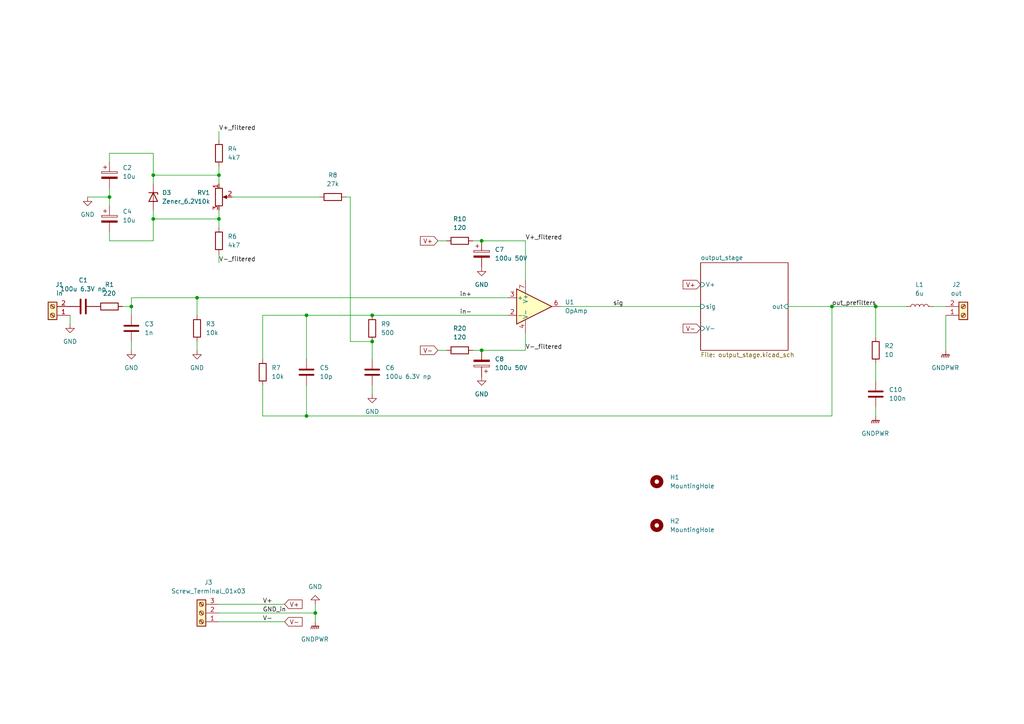
<source format=kicad_sch>
(kicad_sch (version 20230121) (generator eeschema)
  (paper "A4")
  (title_block (title "Lautsprecherverstärker") (date "21.09.21") (rev "A"))
  (lib_symbols
    (symbol "Amplifier_Operational:OPA340P" (pin_names (offset 0.127))
      (property "Reference" "U" (at 0 6.35 0))
      (property "Value" "OPA340P" (at 0 3.81 0))
      (symbol "OPA340P_0_1"
        (polyline (pts (xy -5.08 5.08) (xy 5.08 0) (xy -5.08 -5.08) (xy -5.08 5.08)) (stroke (width 0.254)) (fill (type background)))
      )
      (symbol "OPA340P_1_1"
        (pin no_connect line (at -5.08 -2.54 90) (length 2.54) hide (name "NC") (number "1"))
        (pin input line (at -7.62 -2.54 0) (length 2.54) (name "-") (number "2"))
        (pin input line (at -7.62 2.54 0) (length 2.54) (name "+") (number "3"))
        (pin power_in line (at -2.54 -7.62 90) (length 3.81) (name "V-") (number "4"))
        (pin no_connect line (at -2.54 -2.54 90) (length 2.54) hide (name "NC") (number "5"))
        (pin output line (at 7.62 0 180) (length 2.54) (name "~") (number "6"))
        (pin power_in line (at -2.54 7.62 270) (length 3.81) (name "V+") (number "7"))
        (pin no_connect line (at 0 -2.54 90) (length 2.54) hide (name "NC") (number "8"))
      )
    )
    (symbol "Connector:Screw_Terminal_01x02" (pin_names (offset 1.016) hide)
      (property "Reference" "J" (at 0 2.54 0))
      (property "Value" "Screw_Terminal_01x02" (at 0 -5.08 0))
      (symbol "Screw_Terminal_01x02_1_1"
        (rectangle (start -1.27 1.27) (end 1.27 -3.81) (stroke (width 0.254)) (fill (type background)))
        (circle (center 0 -2.54) (radius 0.635) (stroke (width 0.1524)))
        (polyline (pts (xy -0.5334 -2.2098) (xy 0.3302 -3.048)) (stroke (width 0.1524)))
        (polyline (pts (xy -0.5334 0.3302) (xy 0.3302 -0.508)) (stroke (width 0.1524)))
        (polyline (pts (xy -0.3556 -2.032) (xy 0.508 -2.8702)) (stroke (width 0.1524)))
        (polyline (pts (xy -0.3556 0.508) (xy 0.508 -0.3302)) (stroke (width 0.1524)))
        (circle (center 0 0) (radius 0.635) (stroke (width 0.1524)))
        (pin passive line (at -5.08 0 0) (length 3.81) (name "Pin_1") (number "1"))
        (pin passive line (at -5.08 -2.54 0) (length 3.81) (name "Pin_2") (number "2"))
      )
    )
    (symbol "Connector:Screw_Terminal_01x03" (pin_names (offset 1.016) hide)
      (property "Reference" "J" (at 0 5.08 0))
      (property "Value" "Screw_Terminal_01x03" (at 0 -5.08 0))
      (symbol "Screw_Terminal_01x03_1_1"
        (rectangle (start -1.27 3.81) (end 1.27 -3.81) (stroke (width 0.254)) (fill (type background)))
        (circle (center 0 -2.54) (radius 0.635) (stroke (width 0.1524)))
        (polyline (pts (xy -0.5334 -2.2098) (xy 0.3302 -3.048)) (stroke (width 0.1524)))
        (polyline (pts (xy -0.5334 0.3302) (xy 0.3302 -0.508)) (stroke (width 0.1524)))
        (polyline (pts (xy -0.5334 2.8702) (xy 0.3302 2.032)) (stroke (width 0.1524)))
        (polyline (pts (xy -0.3556 -2.032) (xy 0.508 -2.8702)) (stroke (width 0.1524)))
        (polyline (pts (xy -0.3556 0.508) (xy 0.508 -0.3302)) (stroke (width 0.1524)))
        (polyline (pts (xy -0.3556 3.048) (xy 0.508 2.2098)) (stroke (width 0.1524)))
        (circle (center 0 0) (radius 0.635) (stroke (width 0.1524)))
        (circle (center 0 2.54) (radius 0.635) (stroke (width 0.1524)))
        (pin passive line (at -5.08 2.54 0) (length 3.81) (name "Pin_1") (number "1"))
        (pin passive line (at -5.08 0 0) (length 3.81) (name "Pin_2") (number "2"))
        (pin passive line (at -5.08 -2.54 0) (length 3.81) (name "Pin_3") (number "3"))
      )
    )
    (symbol "Device:C" (pin_numbers hide) (pin_names (offset 0.254))
      (property "Reference" "C" (at 0.635 2.54 0))
      (property "Value" "C" (at 0.635 -2.54 0))
      (symbol "C_0_1"
        (polyline (pts (xy -2.032 -0.762) (xy 2.032 -0.762)) (stroke (width 0.508)))
        (polyline (pts (xy -2.032 0.762) (xy 2.032 0.762)) (stroke (width 0.508)))
      )
      (symbol "C_1_1"
        (pin passive line (at 0 3.81 270) (length 2.794) (name "~") (number "1"))
        (pin passive line (at 0 -3.81 90) (length 2.794) (name "~") (number "2"))
      )
    )
    (symbol "Device:C_Polarized" (pin_numbers hide) (pin_names (offset 0.254))
      (property "Reference" "C" (at 0.635 2.54 0))
      (property "Value" "C_Polarized" (at 0.635 -2.54 0))
      (symbol "C_Polarized_0_1"
        (rectangle (start -2.286 0.508) (end 2.286 1.016))
        (polyline (pts (xy -1.778 2.286) (xy -0.762 2.286)))
        (polyline (pts (xy -1.27 2.794) (xy -1.27 1.778)))
        (rectangle (start 2.286 -0.508) (end -2.286 -1.016) (fill (type outline)))
      )
      (symbol "C_Polarized_1_1"
        (pin passive line (at 0 3.81 270) (length 2.794) (name "~") (number "1"))
        (pin passive line (at 0 -3.81 90) (length 2.794) (name "~") (number "2"))
      )
    )
    (symbol "Device:D_Zener" (pin_numbers hide) (pin_names (offset 1.016) hide)
      (property "Reference" "D" (at 0 2.54 0))
      (property "Value" "D_Zener" (at 0 -2.54 0))
      (symbol "D_Zener_0_1"
        (polyline (pts (xy 1.27 0) (xy -1.27 0)))
        (polyline (pts (xy -1.27 -1.27) (xy -1.27 1.27) (xy -0.762 1.27)) (stroke (width 0.254)))
        (polyline (pts (xy 1.27 -1.27) (xy 1.27 1.27) (xy -1.27 0) (xy 1.27 -1.27)) (stroke (width 0.254)))
      )
      (symbol "D_Zener_1_1"
        (pin passive line (at -3.81 0 0) (length 2.54) (name "K") (number "1"))
        (pin passive line (at 3.81 0 180) (length 2.54) (name "A") (number "2"))
      )
    )
    (symbol "Device:L" (pin_numbers hide) (pin_names (offset 1.016) hide)
      (property "Reference" "L" (at -1.27 0 90))
      (property "Value" "L" (at 1.905 0 90))
      (symbol "L_0_1"
        (arc (start 0 -2.54) (mid 0.6323 -1.905) (end 0 -1.27))
        (arc (start 0 -1.27) (mid 0.6323 -0.635) (end 0 0))
        (arc (start 0 0) (mid 0.6323 0.635) (end 0 1.27))
        (arc (start 0 1.27) (mid 0.6323 1.905) (end 0 2.54))
      )
      (symbol "L_1_1"
        (pin passive line (at 0 3.81 270) (length 1.27) (name "1") (number "1"))
        (pin passive line (at 0 -3.81 90) (length 1.27) (name "2") (number "2"))
      )
    )
    (symbol "Device:R" (pin_numbers hide) (pin_names (offset 0))
      (property "Reference" "R" (at 2.032 0 90))
      (property "Value" "R" (at 0 0 90))
      (symbol "R_0_1"
        (rectangle (start -1.016 -2.54) (end 1.016 2.54) (stroke (width 0.254)))
      )
      (symbol "R_1_1"
        (pin passive line (at 0 3.81 270) (length 1.27) (name "~") (number "1"))
        (pin passive line (at 0 -3.81 90) (length 1.27) (name "~") (number "2"))
      )
    )
    (symbol "Device:R_Potentiometer" (pin_names (offset 1.016) hide)
      (property "Reference" "RV" (at -4.445 0 90))
      (property "Value" "R_Potentiometer" (at -2.54 0 90))
      (symbol "R_Potentiometer_0_1"
        (polyline (pts (xy 2.54 0) (xy 1.524 0)))
        (polyline (pts (xy 1.143 0) (xy 2.286 0.508) (xy 2.286 -0.508) (xy 1.143 0)) (fill (type outline)))
        (rectangle (start 1.016 2.54) (end -1.016 -2.54) (stroke (width 0.254)))
      )
      (symbol "R_Potentiometer_1_1"
        (pin passive line (at 0 3.81 270) (length 1.27) (name "1") (number "1"))
        (pin passive line (at 3.81 0 180) (length 1.27) (name "2") (number "2"))
        (pin passive line (at 0 -3.81 90) (length 1.27) (name "3") (number "3"))
      )
    )
    (symbol "Mechanical:MountingHole" (pin_names (offset 1.016))
      (property "Reference" "H" (at 0 5.08 0))
      (property "Value" "MountingHole" (at 0 3.175 0))
      (symbol "MountingHole_0_1"
        (circle (center 0 0) (radius 1.27) (stroke (width 1.27)))
      )
    )
    (symbol "power:GND" (power) (pin_names (offset 0))
      (property "Value" "GND" (at 0 -3.81 0))
      (symbol "GND_0_1"
        (polyline (pts (xy 0 0) (xy 0 -1.27) (xy 1.27 -1.27) (xy 0 -2.54) (xy -1.27 -1.27) (xy 0 -1.27)))
      )
      (symbol "GND_1_1"
        (pin power_in line (at 0 0 270) (length 0) hide (name "GND") (number "1"))
      )
    )
    (symbol "power:GNDPWR" (power) (pin_names (offset 0))
      (property "Value" "GNDPWR" (at 0 -3.302 0))
      (symbol "GNDPWR_0_1"
        (polyline (pts (xy 0 -1.27) (xy 0 0)))
        (polyline (pts (xy -1.016 -1.27) (xy -1.27 -2.032) (xy -1.27 -2.032)) (stroke (width 0.2032)))
        (polyline (pts (xy -0.508 -1.27) (xy -0.762 -2.032) (xy -0.762 -2.032)) (stroke (width 0.2032)))
        (polyline (pts (xy 0 -1.27) (xy -0.254 -2.032) (xy -0.254 -2.032)) (stroke (width 0.2032)))
        (polyline (pts (xy 0.508 -1.27) (xy 0.254 -2.032) (xy 0.254 -2.032)) (stroke (width 0.2032)))
        (polyline (pts (xy 1.016 -1.27) (xy -1.016 -1.27) (xy -1.016 -1.27)) (stroke (width 0.2032)))
        (polyline (pts (xy 1.016 -1.27) (xy 0.762 -2.032) (xy 0.762 -2.032) (xy 0.762 -2.032)) (stroke (width 0.2032)))
      )
      (symbol "GNDPWR_1_1"
        (pin power_in line (at 0 0 270) (length 0) hide (name "GNDPWR") (number "1"))
      )
    )
  )
  (junction (at 254 88.9))
  (junction (at 38.1 88.9))
  (junction (at 57.15 86.36))
  (junction (at 44.45 50.8))
  (junction (at 63.5 63.5))
  (junction (at 139.7 101.6))
  (junction (at 107.95 99.06))
  (junction (at 31.75 57.15))
  (junction (at 139.7 69.85))
  (junction (at 63.5 50.8))
  (junction (at 107.95 91.44))
  (junction (at 44.45 63.5))
  (junction (at 91.44 177.8))
  (junction (at 88.9 120.65))
  (junction (at 88.9 91.44))
  (junction (at 241.3 88.9))
  (wire (pts (xy 88.9 91.44) (xy 88.9 104.14)))
  (wire (pts (xy 76.2 111.76) (xy 76.2 120.65)))
  (wire (pts (xy 38.1 99.06) (xy 38.1 101.6)))
  (wire (pts (xy 254 97.79) (xy 254 88.9)))
  (wire (pts (xy 44.45 50.8) (xy 63.5 50.8)))
  (wire (pts (xy 44.45 53.34) (xy 44.45 50.8)))
  (wire (pts (xy 57.15 99.06) (xy 57.15 101.6)))
  (wire (pts (xy 38.1 86.36) (xy 57.15 86.36)))
  (wire (pts (xy 57.15 86.36) (xy 147.32 86.36)))
  (wire (pts (xy 63.5 38.1) (xy 63.5 40.64)))
  (wire (pts (xy 57.15 86.36) (xy 57.15 91.44)))
  (wire (pts (xy 107.95 99.06) (xy 107.95 104.14)))
  (wire (pts (xy 20.32 91.44) (xy 20.32 93.98)))
  (wire (pts (xy 162.56 88.9) (xy 203.2 88.9)))
  (wire (pts (xy 63.5 180.34) (xy 82.55 180.34)))
  (wire (pts (xy 228.6 88.9) (xy 241.3 88.9)))
  (wire (pts (xy 63.5 73.66) (xy 63.5 76.2)))
  (wire (pts (xy 67.31 57.15) (xy 92.71 57.15)))
  (wire (pts (xy 101.6 99.06) (xy 101.6 57.15)))
  (wire (pts (xy 100.33 57.15) (xy 101.6 57.15)))
  (wire (pts (xy 107.95 91.44) (xy 147.32 91.44)))
  (wire (pts (xy 88.9 111.76) (xy 88.9 120.65)))
  (wire (pts (xy 63.5 48.26) (xy 63.5 50.8)))
  (wire (pts (xy 63.5 50.8) (xy 63.5 53.34)))
  (wire (pts (xy 31.75 57.15) (xy 31.75 59.69)))
  (wire (pts (xy 31.75 54.61) (xy 31.75 57.15)))
  (wire (pts (xy 44.45 69.85) (xy 44.45 63.5)))
  (wire (pts (xy 31.75 67.31) (xy 31.75 69.85)))
  (wire (pts (xy 31.75 69.85) (xy 44.45 69.85)))
  (wire (pts (xy 63.5 60.96) (xy 63.5 63.5)))
  (wire (pts (xy 63.5 63.5) (xy 63.5 66.04)))
  (wire (pts (xy 254 88.9) (xy 262.89 88.9)))
  (wire (pts (xy 127 69.85) (xy 129.54 69.85)))
  (wire (pts (xy 137.16 69.85) (xy 139.7 69.85)))
  (wire (pts (xy 152.4 69.85) (xy 152.4 81.28)))
  (wire (pts (xy 139.7 69.85) (xy 152.4 69.85)))
  (wire (pts (xy 91.44 175.26) (xy 91.44 177.8)))
  (wire (pts (xy 38.1 86.36) (xy 38.1 88.9)))
  (wire (pts (xy 44.45 63.5) (xy 63.5 63.5)))
  (wire (pts (xy 44.45 60.96) (xy 44.45 63.5)))
  (wire (pts (xy 270.51 88.9) (xy 274.32 88.9)))
  (wire (pts (xy 241.3 88.9) (xy 241.3 120.65)))
  (wire (pts (xy 88.9 120.65) (xy 241.3 120.65)))
  (wire (pts (xy 76.2 120.65) (xy 88.9 120.65)))
  (wire (pts (xy 76.2 91.44) (xy 88.9 91.44)))
  (wire (pts (xy 76.2 91.44) (xy 76.2 104.14)))
  (wire (pts (xy 88.9 91.44) (xy 107.95 91.44)))
  (wire (pts (xy 127 101.6) (xy 129.54 101.6)))
  (wire (pts (xy 137.16 101.6) (xy 139.7 101.6)))
  (wire (pts (xy 152.4 96.52) (xy 152.4 101.6)))
  (wire (pts (xy 139.7 101.6) (xy 152.4 101.6)))
  (wire (pts (xy 254 118.11) (xy 254 120.65)))
  (wire (pts (xy 31.75 46.99) (xy 31.75 44.45)))
  (wire (pts (xy 31.75 44.45) (xy 44.45 44.45)))
  (wire (pts (xy 44.45 44.45) (xy 44.45 50.8)))
  (wire (pts (xy 241.3 88.9) (xy 254 88.9)))
  (wire (pts (xy 25.4 57.15) (xy 31.75 57.15)))
  (wire (pts (xy 63.5 177.8) (xy 91.44 177.8)))
  (wire (pts (xy 91.44 177.8) (xy 91.44 180.34)))
  (wire (pts (xy 254 105.41) (xy 254 110.49)))
  (wire (pts (xy 63.5 175.26) (xy 82.55 175.26)))
  (wire (pts (xy 101.6 99.06) (xy 107.95 99.06)))
  (wire (pts (xy 274.32 91.44) (xy 274.32 101.6)))
  (wire (pts (xy 107.95 111.76) (xy 107.95 114.3)))
  (wire (pts (xy 38.1 91.44) (xy 38.1 88.9)))
  (wire (pts (xy 35.56 88.9) (xy 38.1 88.9)))
  (label "V-_filtered" (at 63.5 76.2 0))
  (label "V-_filtered" (at 152.4 101.6 0))
  (label "GND_in" (at 76.2 177.8 0))
  (label "out_prefilters" (at 241.3 88.9 0))
  (label "in+" (at 133.35 86.36 0))
  (label "V+_filtered" (at 152.4 69.85 0))
  (label "V+" (at 76.2 175.26 0))
  (label "sig" (at 177.8 88.9 0))
  (label "in-" (at 133.35 91.44 0))
  (label "V+_filtered" (at 63.5 38.1 0))
  (label "V-" (at 76.2 180.34 0))
  (global_label "V+" (shape input) (at 127 69.85 180) (property "Intersheetrefs" "${INTERSHEET_REFS}" (effects hide)))
  (global_label "V-" (shape input) (at 82.55 180.34 0) (property "Intersheetrefs" "${INTERSHEET_REFS}" (effects hide)))
  (global_label "V+" (shape input) (at 82.55 175.26 0) (property "Intersheetrefs" "${INTERSHEET_REFS}" (effects hide)))
  (global_label "V-" (shape input) (at 203.2 95.25 180) (property "Intersheetrefs" "${INTERSHEET_REFS}" (effects hide)))
  (global_label "V+" (shape input) (at 203.2 82.55 180) (property "Intersheetrefs" "${INTERSHEET_REFS}" (effects hide)))
  (global_label "V-" (shape input) (at 127 101.6 180) (property "Intersheetrefs" "${INTERSHEET_REFS}" (effects hide)))
  (symbol (lib_id "Device:C") (at 88.9 107.95 180) (unit 1)
    (property "Reference" "C5" (at 92.71 106.6799 0) (effects (justify right)))
    (property "Value" "10p" (at 92.71 109.2199 0) (effects (justify right)))
    (property "Footprint" "Capacitor_THT:C_Disc_D5.1mm_W3.2mm_P5.00mm" (effects hide))
  )
  (symbol (lib_id "Device:R") (at 63.5 69.85 180) (unit 1)
    (property "Reference" "R6" (at 66.04 68.5799 0) (effects (justify right)))
    (property "Value" "4k7" (at 66.04 71.1199 0) (effects (justify right)))
    (property "Footprint" "Resistor_THT:R_Axial_DIN0207_L6.3mm_D2.5mm_P10.16mm_Horizontal" (effects hide))
  )
  (symbol (lib_id "power:GND") (at 38.1 101.6 0) (unit 1)
    (property "Reference" "#PWR03" (effects hide))
    (property "Value" "GND" (at 38.1 106.68 0))
  )
  (symbol (lib_id "power:GNDPWR") (at 274.32 101.6 0) (unit 1)
    (property "Reference" "#PWR0101" (effects hide))
    (property "Value" "GNDPWR" (at 274.193 106.68 0))
  )
  (symbol (lib_id "power:GND") (at 57.15 101.6 0) (unit 1)
    (property "Reference" "#PWR02" (effects hide))
    (property "Value" "GND" (at 57.15 106.68 0))
  )
  (symbol (lib_id "power:GND") (at 20.32 93.98 0) (unit 1)
    (property "Reference" "#PWR01" (effects hide))
    (property "Value" "GND" (at 20.32 99.06 0))
  )
  (symbol (lib_id "Device:R") (at 63.5 44.45 180) (unit 1)
    (property "Reference" "R4" (at 66.04 43.1799 0) (effects (justify right)))
    (property "Value" "4k7" (at 66.04 45.7199 0) (effects (justify right)))
    (property "Footprint" "Resistor_THT:R_Axial_DIN0207_L6.3mm_D2.5mm_P10.16mm_Horizontal" (effects hide))
  )
  (symbol (lib_id "Device:C_Polarized") (at 139.7 105.41 180) (unit 1)
    (property "Reference" "C8" (at 143.51 104.1399 0) (effects (justify right)))
    (property "Value" "100u 50V" (at 143.51 106.6799 0) (effects (justify right)))
    (property "Footprint" "Capacitor_THT:CP_Radial_D8.0mm_P3.50mm" (effects hide))
  )
  (symbol (lib_id "Device:C") (at 24.13 88.9 90) (unit 1)
    (property "Reference" "C1" (at 24.13 81.28 90))
    (property "Value" "100u 6.3V np" (at 24.13 83.82 90))
    (property "Footprint" "Capacitor_THT:C_Radial_D8.0mm_H11.5mm_P3.50mm" (effects hide))
  )
  (symbol (lib_id "Amplifier_Operational:OPA340P") (at 154.94 88.9 0) (unit 1)
    (property "Reference" "U1" (at 163.83 87.6299 0) (effects (justify left)))
    (property "Value" "OpAmp" (at 163.83 90.1699 0) (effects (justify left)))
    (property "Footprint" "Package_DIP:DIP-8_W7.62mm_Socket" (effects hide))
    (property "Datasheet" "http://www.ti.com/lit/ds/symlink/opa340.pdf" (effects hide))
  )
  (symbol (lib_id "Device:R") (at 96.52 57.15 270) (unit 1)
    (property "Reference" "R8" (at 96.52 50.8 90))
    (property "Value" "27k" (at 96.52 53.34 90))
    (property "Footprint" "Resistor_THT:R_Axial_DIN0207_L6.3mm_D2.5mm_P10.16mm_Horizontal" (effects hide))
  )
  (symbol (lib_id "Connector:Screw_Terminal_01x03") (at 58.42 177.8 180) (unit 1)
    (property "Reference" "J3" (at 60.452 168.91 0))
    (property "Value" "Screw_Terminal_01x03" (at 60.452 171.45 0))
    (property "Footprint" "TerminalBlock:TerminalBlock_bornier-3_P5.08mm" (effects hide))
  )
  (symbol (lib_id "Device:C_Polarized") (at 31.75 63.5 0) (unit 1)
    (property "Reference" "C4" (at 35.56 61.3409 0) (effects (justify left)))
    (property "Value" "10u" (at 35.56 63.8809 0) (effects (justify left)))
    (property "Footprint" "Capacitor_THT:CP_Radial_D5.0mm_P2.00mm" (effects hide))
  )
  (symbol (lib_id "Device:C") (at 107.95 107.95 180) (unit 1)
    (property "Reference" "C6" (at 111.76 106.6799 0) (effects (justify right)))
    (property "Value" "100u 6.3V np" (at 111.76 109.2199 0) (effects (justify right)))
    (property "Footprint" "Capacitor_THT:C_Radial_D8.0mm_H11.5mm_P3.50mm" (effects hide))
  )
  (symbol (lib_id "Device:R") (at 76.2 107.95 180) (unit 1)
    (property "Reference" "R7" (at 78.74 106.6799 0) (effects (justify right)))
    (property "Value" "10k" (at 78.74 109.2199 0) (effects (justify right)))
    (property "Footprint" "Resistor_THT:R_Axial_DIN0207_L6.3mm_D2.5mm_P10.16mm_Horizontal" (effects hide))
  )
  (symbol (lib_id "Connector:Screw_Terminal_01x02") (at 279.4 91.44 0) (mirror x) (unit 1)
    (property "Reference" "J2" (at 277.368 82.55 0))
    (property "Value" "out" (at 277.368 85.09 0))
    (property "Footprint" "TerminalBlock:TerminalBlock_bornier-2_P5.08mm" (effects hide))
  )
  (symbol (lib_id "power:GND") (at 139.7 77.47 0) (unit 1)
    (property "Reference" "#PWR08" (effects hide))
    (property "Value" "GND" (at 139.7 82.55 0))
  )
  (symbol (lib_id "power:GNDPWR") (at 91.44 180.34 0) (unit 1)
    (property "Reference" "#PWR06" (effects hide))
    (property "Value" "GNDPWR" (at 91.313 185.42 0))
  )
  (symbol (lib_id "power:GNDPWR") (at 254 120.65 0) (unit 1)
    (property "Reference" "#PWR0102" (effects hide))
    (property "Value" "GNDPWR" (at 253.873 125.73 0))
  )
  (symbol (lib_id "Device:L") (at 266.7 88.9 90) (unit 1)
    (property "Reference" "L1" (at 266.7 82.55 90))
    (property "Value" "6u" (at 266.7 85.09 90))
    (property "Footprint" "Inductor_THT:L_Radial_D7.5mm_P5.00mm_Fastron_07P" (effects hide))
  )
  (symbol (lib_id "Device:R") (at 31.75 88.9 270) (unit 1)
    (property "Reference" "R1" (at 31.75 82.55 90))
    (property "Value" "220" (at 31.75 85.09 90))
    (property "Footprint" "Resistor_THT:R_Axial_DIN0207_L6.3mm_D2.5mm_P10.16mm_Horizontal" (effects hide))
  )
  (symbol (lib_id "Device:R") (at 133.35 101.6 270) (unit 1)
    (property "Reference" "R20" (at 133.35 95.25 90))
    (property "Value" "120" (at 133.35 97.79 90))
    (property "Footprint" "Resistor_THT:R_Axial_DIN0207_L6.3mm_D2.5mm_P10.16mm_Horizontal" (effects hide))
  )
  (symbol (lib_id "Connector:Screw_Terminal_01x02") (at 15.24 91.44 180) (unit 1)
    (property "Reference" "J1" (at 17.272 82.55 0))
    (property "Value" "in" (at 17.272 85.09 0))
    (property "Footprint" "TerminalBlock:TerminalBlock_bornier-2_P5.08mm" (effects hide))
  )
  (symbol (lib_id "power:GND") (at 25.4 57.15 0) (unit 1)
    (property "Reference" "#PWR0103" (effects hide))
    (property "Value" "GND" (at 25.4 62.23 0))
  )
  (symbol (lib_id "Device:R") (at 107.95 95.25 0) (unit 1)
    (property "Reference" "R9" (at 110.49 93.9799 0) (effects (justify left)))
    (property "Value" "500" (at 110.49 96.5199 0) (effects (justify left)))
    (property "Footprint" "Resistor_THT:R_Axial_DIN0207_L6.3mm_D2.5mm_P10.16mm_Horizontal" (effects hide))
  )
  (symbol (lib_id "Device:C") (at 38.1 95.25 0) (unit 1)
    (property "Reference" "C3" (at 41.91 93.9799 0) (effects (justify left)))
    (property "Value" "1n" (at 41.91 96.5199 0) (effects (justify left)))
    (property "Footprint" "Capacitor_THT:C_Rect_L7.0mm_W3.5mm_P5.00mm" (effects hide))
  )
  (symbol (lib_id "power:GND") (at 139.7 109.22 0) (unit 1)
    (property "Reference" "#PWR09" (effects hide))
    (property "Value" "GND" (at 139.7 114.3 0))
  )
  (symbol (lib_id "Device:C_Polarized") (at 31.75 50.8 0) (unit 1)
    (property "Reference" "C2" (at 35.56 48.6409 0) (effects (justify left)))
    (property "Value" "10u" (at 35.56 51.1809 0) (effects (justify left)))
    (property "Footprint" "Capacitor_THT:CP_Radial_D5.0mm_P2.00mm" (effects hide))
  )
  (symbol (lib_id "Device:R_Potentiometer") (at 63.5 57.15 0) (unit 1)
    (property "Reference" "RV1" (at 60.96 55.8799 0) (effects (justify right)))
    (property "Value" "10k" (at 60.96 58.4199 0) (effects (justify right)))
    (property "Footprint" "Potentiometer_THT:Potentiometer_Bourns_3296W_Vertical" (effects hide))
  )
  (symbol (lib_id "Device:R") (at 133.35 69.85 270) (unit 1)
    (property "Reference" "R10" (at 133.35 63.5 90))
    (property "Value" "120" (at 133.35 66.04 90))
    (property "Footprint" "Resistor_THT:R_Axial_DIN0207_L6.3mm_D2.5mm_P10.16mm_Horizontal" (effects hide))
  )
  (symbol (lib_id "Device:C") (at 254 114.3 180) (unit 1)
    (property "Reference" "C10" (at 257.81 113.0299 0) (effects (justify right)))
    (property "Value" "100n" (at 257.81 115.5699 0) (effects (justify right)))
    (property "Footprint" "Capacitor_THT:C_Disc_D5.1mm_W3.2mm_P5.00mm" (effects hide))
  )
  (symbol (lib_id "power:GND") (at 91.44 175.26 180) (unit 1)
    (property "Reference" "#PWR05" (effects hide))
    (property "Value" "GND" (at 91.44 170.18 0))
  )
  (symbol (lib_id "Mechanical:MountingHole") (at 190.5 139.7 0) (unit 1)
    (property "Reference" "H1" (at 194.31 138.4299 0) (effects (justify left)))
    (property "Value" "MountingHole" (at 194.31 140.9699 0) (effects (justify left)))
    (property "Footprint" "MountingHole:MountingHole_3.2mm_M3" (effects hide))
  )
  (symbol (lib_id "Device:D_Zener") (at 44.45 57.15 270) (unit 1)
    (property "Reference" "D3" (at 46.99 55.8799 90) (effects (justify left)))
    (property "Value" "Zener_6.2V" (at 46.99 58.4199 90) (effects (justify left)))
    (property "Footprint" "Diode_THT:D_DO-35_SOD27_P7.62mm_Horizontal" (effects hide))
  )
  (symbol (lib_id "Mechanical:MountingHole") (at 190.5 152.4 0) (unit 1)
    (property "Reference" "H2" (at 194.31 151.1299 0) (effects (justify left)))
    (property "Value" "MountingHole" (at 194.31 153.6699 0) (effects (justify left)))
    (property "Footprint" "MountingHole:MountingHole_3.2mm_M3" (effects hide))
  )
  (symbol (lib_id "Device:R") (at 57.15 95.25 180) (unit 1)
    (property "Reference" "R3" (at 59.69 93.9799 0) (effects (justify right)))
    (property "Value" "10k" (at 59.69 96.5199 0) (effects (justify right)))
    (property "Footprint" "Resistor_THT:R_Axial_DIN0207_L6.3mm_D2.5mm_P10.16mm_Horizontal" (effects hide))
  )
  (symbol (lib_id "Device:C_Polarized") (at 139.7 73.66 0) (unit 1)
    (property "Reference" "C7" (at 143.51 72.3899 0) (effects (justify left)))
    (property "Value" "100u 50V" (at 143.51 74.9299 0) (effects (justify left)))
    (property "Footprint" "Capacitor_THT:CP_Radial_D8.0mm_P3.50mm" (effects hide))
  )
  (symbol (lib_id "Device:R") (at 254 101.6 0) (unit 1)
    (property "Reference" "R2" (at 256.54 100.3299 0) (effects (justify left)))
    (property "Value" "10" (at 256.54 102.8699 0) (effects (justify left)))
    (property "Footprint" "Resistor_THT:R_Axial_DIN0207_L6.3mm_D2.5mm_P10.16mm_Horizontal" (effects hide))
  )
  (symbol (lib_id "power:GND") (at 107.95 114.3 0) (unit 1)
    (property "Reference" "#PWR07" (effects hide))
    (property "Value" "GND" (at 107.95 119.38 0))
  )
  (sheet (at 203.2 76.2) (size 25.4 25.4) (stroke (width 0.1524))
    (property "Sheetname" "output_stage" (at 203.2 75.4884 0) (effects (justify left bottom)))
    (property "Sheetfile" "output_stage.kicad_sch" (at 203.2 102.1846 0) (effects (justify left top)))
    (pin "V-" input (at 203.2 95.25 180))
    (pin "V+" input (at 203.2 82.55 180))
    (pin "sig" input (at 203.2 88.9 180))
    (pin "out" input (at 228.6 88.9 0))
  )
)
</source>
